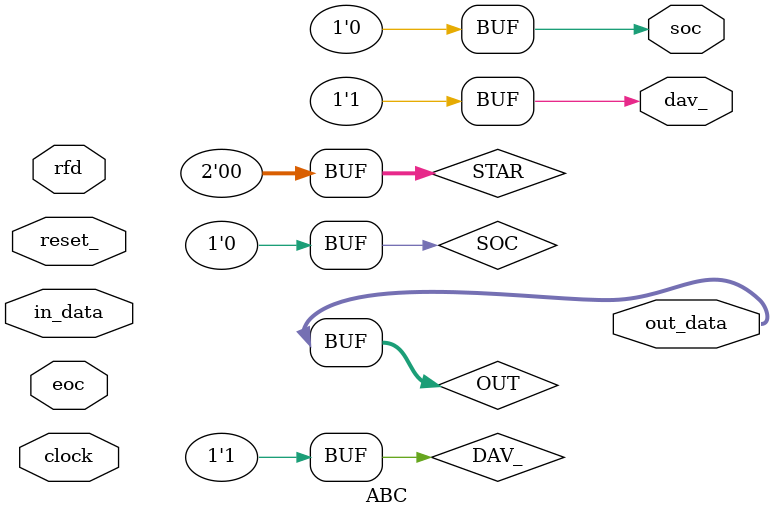
<source format=v>
module ABC (
    clock, reset_,
    dav_, rfd,
    eoc, soc,
    in_data, out_data
);

parameter N = 8;
parameter M = 8;

input clock, reset_;

input eoc;
output soc;
input[N-1:0] in_data;

input rfd;
output dav_;
output[M-1:0] out_data;

reg [M-1:0] OUT; assign out_data = OUT;
reg SOC; assign soc = SOC;
reg DAV_; assign dav_ = DAV_;

reg [1:0] STAR;
localparam S0 = 0, S1 = 1, S2 = 2, S3 = 3;

always @(reset_ == 0) #1
begin
    STAR <= S0;
    SOC <= 0;
    DAV_ <= 1;
end

always @(posedge clock) if (reset_ == 1) #3
casex (STAR)
    S0:
    begin
        SOC <= 1;
        STAR <= (eoc == 0) ? S1 : S0;
    end

    S1:
    begin
        SOC <= 0;
        // data_in
        //OUT <= 
        STAR <= (eoc == 1) ? S2 : S1;
    end

    S2:
    begin
        DAV_ <= 0;
        STAR <= (rfd == 1) ? S3 : S2;
    end

    S3:
    begin
        DAV_ <= 1;
        STAR <= (rfd == 0) ? S0: S3;
    end
endcase

endmodule
</source>
